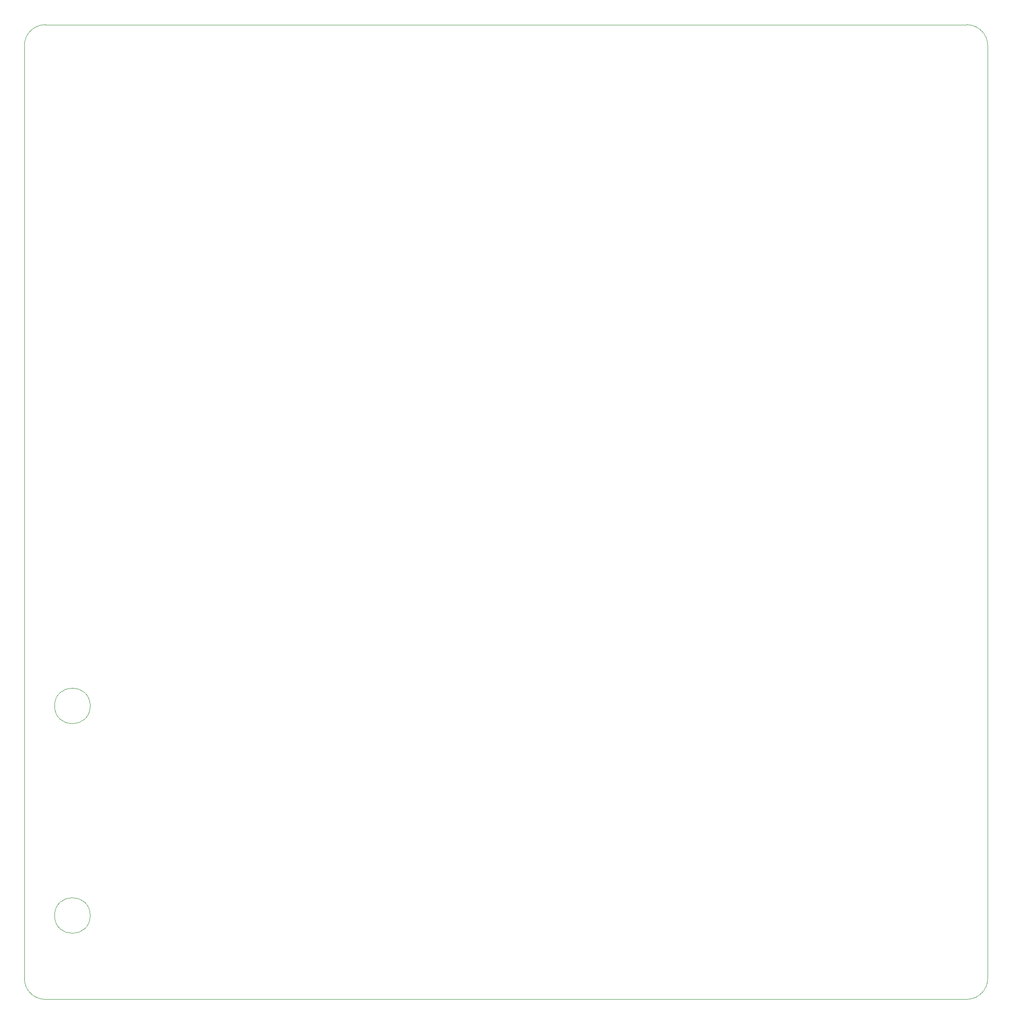
<source format=gbr>
%TF.GenerationSoftware,KiCad,Pcbnew,7.0.5-7.0.5~ubuntu22.04.1*%
%TF.CreationDate,2023-07-11T09:47:34+02:00*%
%TF.ProjectId,Inverter_KiCAD,496e7665-7274-4657-925f-4b694341442e,rev?*%
%TF.SameCoordinates,Original*%
%TF.FileFunction,Profile,NP*%
%FSLAX46Y46*%
G04 Gerber Fmt 4.6, Leading zero omitted, Abs format (unit mm)*
G04 Created by KiCad (PCBNEW 7.0.5-7.0.5~ubuntu22.04.1) date 2023-07-11 09:47:34*
%MOMM*%
%LPD*%
G01*
G04 APERTURE LIST*
%TA.AperFunction,Profile*%
%ADD10C,0.100000*%
%TD*%
G04 APERTURE END LIST*
D10*
X37000000Y-14000000D02*
G75*
G03*
X33000000Y-18000000I0J-4000000D01*
G01*
X217000000Y-196000000D02*
X217000000Y-18000000D01*
X37000000Y-200000000D02*
X213000000Y-200000000D01*
X213000000Y-200000000D02*
G75*
G03*
X217000000Y-196000000I0J4000000D01*
G01*
X33000000Y-196000000D02*
G75*
G03*
X37000000Y-200000000I4000000J0D01*
G01*
X37000000Y-14000000D02*
X213000000Y-14000000D01*
X33000000Y-18000000D02*
X33000000Y-196000000D01*
X217000000Y-18000000D02*
G75*
G03*
X213000000Y-14000000I-4000000J0D01*
G01*
%TO.C,J501*%
X45575000Y-184000000D02*
G75*
G03*
X45575000Y-184000000I-3400000J0D01*
G01*
X45575000Y-144000000D02*
G75*
G03*
X45575000Y-144000000I-3400000J0D01*
G01*
%TD*%
M02*

</source>
